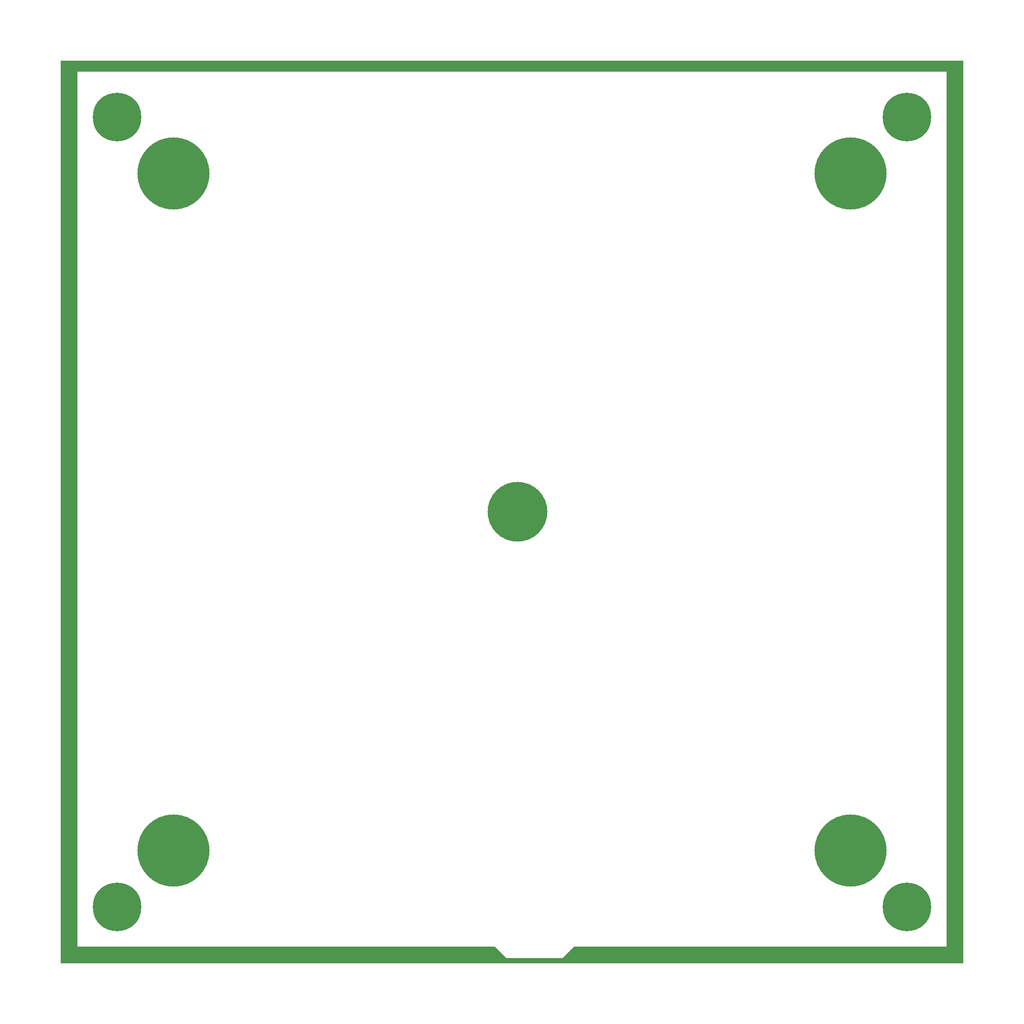
<source format=gbl>
G04 #@! TF.GenerationSoftware,KiCad,Pcbnew,7.0.9-1.fc39*
G04 #@! TF.CreationDate,2023-12-18T12:14:33-05:00*
G04 #@! TF.ProjectId,SYSMATT-WS2812-MATRIX-CARRIER-SPACER-PLATE,5359534d-4154-4542-9d57-53323831322d,rev?*
G04 #@! TF.SameCoordinates,Original*
G04 #@! TF.FileFunction,Copper,L2,Bot*
G04 #@! TF.FilePolarity,Positive*
%FSLAX46Y46*%
G04 Gerber Fmt 4.6, Leading zero omitted, Abs format (unit mm)*
G04 Created by KiCad (PCBNEW 7.0.9-1.fc39) date 2023-12-18 12:14:33*
%MOMM*%
%LPD*%
G01*
G04 APERTURE LIST*
G04 #@! TA.AperFunction,ComponentPad*
%ADD10C,12.800000*%
G04 #@! TD*
G04 #@! TA.AperFunction,ComponentPad*
%ADD11C,8.600000*%
G04 #@! TD*
G04 #@! TA.AperFunction,ComponentPad*
%ADD12C,10.600000*%
G04 #@! TD*
G04 APERTURE END LIST*
D10*
X160000000Y-40000000D03*
X40000000Y-40000000D03*
D11*
X170000000Y-170000000D03*
X170000000Y-30000000D03*
D12*
X101000000Y-100000000D03*
D10*
X160000000Y-160000000D03*
D11*
X30000000Y-170000000D03*
X30000000Y-30000000D03*
D10*
X40000000Y-160000000D03*
G04 #@! TA.AperFunction,Conductor*
G36*
X179943039Y-20019685D02*
G01*
X179988794Y-20072489D01*
X180000000Y-20124000D01*
X180000000Y-179876000D01*
X179980315Y-179943039D01*
X179927511Y-179988794D01*
X179876000Y-180000000D01*
X20124000Y-180000000D01*
X20056961Y-179980315D01*
X20011206Y-179927511D01*
X20000000Y-179876000D01*
X20000000Y-22000000D01*
X23000000Y-22000000D01*
X23000000Y-177000000D01*
X96948638Y-177000000D01*
X97015677Y-177019685D01*
X97036319Y-177036319D01*
X99000000Y-179000000D01*
X109000000Y-179000000D01*
X110963681Y-177036319D01*
X111025004Y-177002834D01*
X111051362Y-177000000D01*
X177000000Y-177000000D01*
X177000000Y-22000000D01*
X23000000Y-22000000D01*
X20000000Y-22000000D01*
X20000000Y-20124000D01*
X20019685Y-20056961D01*
X20072489Y-20011206D01*
X20124000Y-20000000D01*
X179876000Y-20000000D01*
X179943039Y-20019685D01*
G37*
G04 #@! TD.AperFunction*
M02*

</source>
